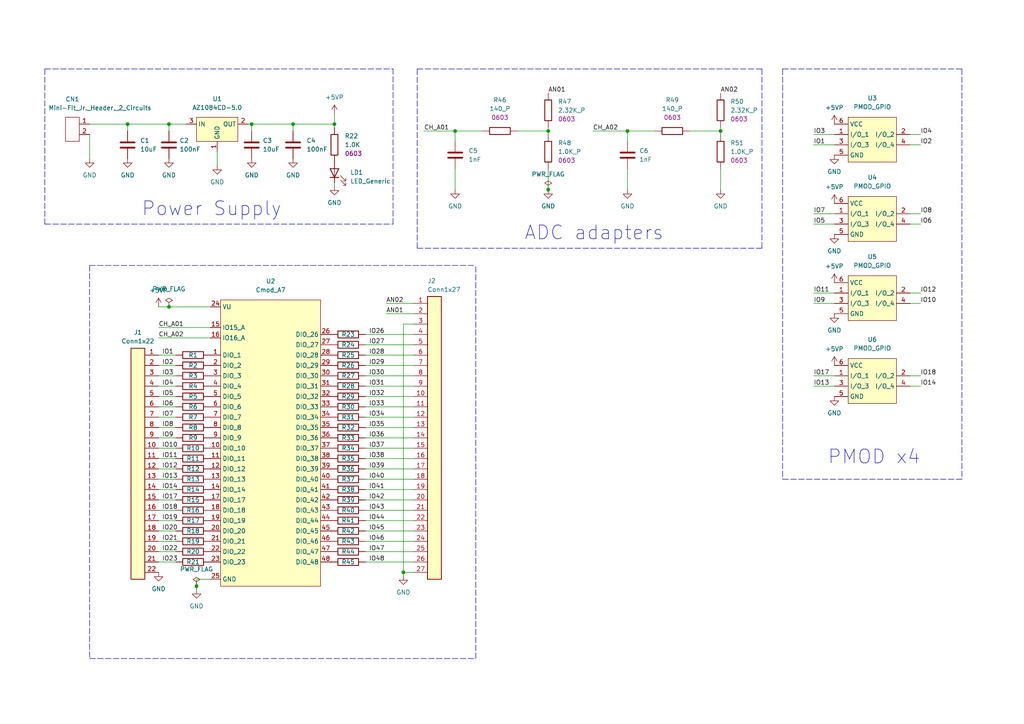
<source format=kicad_sch>
(kicad_sch (version 20211123) (generator eeschema)
  (paper "A4")
  (title_block (title "C-Mod A7 Carrier Board") (date "2022-06-26") (rev "v0.1") (comment 3 "Borja Herranz"))
  (lib_symbols
    (symbol "Herranz - Capacitor (0603):Gen_C" (pin_numbers hide) (pin_names (offset 0) hide)
      (property "Reference" "C" (at 0 0 0))
      (property "Value" "Gen_C" (at 0 0 0))
      (symbol "Gen_C_0_1"
        (polyline (pts (xy -2 -6.75) (xy 2.064 -6.75)) (stroke (width 0.508)))
        (polyline (pts (xy -2 -5.25) (xy 2.064 -5.25)) (stroke (width 0.508)))
      )
      (symbol "Gen_C_1_1"
        (pin passive line (at 0 -2 270) (length 3) (name "~") (number "1"))
        (pin passive line (at 0 -10 90) (length 3) (name "~") (number "2"))
      )
    )
    (symbol "Herranz - Capacitor (0805):Gen_C" (pin_numbers hide) (pin_names (offset 0) hide)
      (property "Reference" "C" (at 0 6 0))
      (property "Value" "Gen_C" (at 0 6 0))
      (symbol "Gen_C_0_1"
        (polyline (pts (xy -2.032 -4.826) (xy 2.032 -4.826)) (stroke (width 0.508)))
        (polyline (pts (xy -2.032 -3.302) (xy 2.032 -3.302)) (stroke (width 0.508)))
      )
      (symbol "Gen_C_1_1"
        (pin passive line (at 0 0 270) (length 3) (name "~") (number "1"))
        (pin passive line (at 0 -8 90) (length 3) (name "~") (number "2"))
      )
    )
    (symbol "Herranz - Conn Molex:Mini-Fit_Jr._Header,_2_Circuits" (pin_names hide)
      (property "Reference" "CN" (at 0 0 0))
      (property "Value" "Mini-Fit_Jr._Header,_2_Circuits" (at 0 0 0))
      (symbol "Mini-Fit_Jr._Header,_2_Circuits_0_1"
        (rectangle (start -2 -4) (end 2 -11))
      )
      (symbol "Mini-Fit_Jr._Header,_2_Circuits_1_1"
        (pin input line (at -5 -6 0) (length 3) (name "1") (number "1"))
        (pin input line (at -5 -9 0) (length 3) (name "2") (number "2"))
      )
    )
    (symbol "Herranz - DevBoards:Cmod_A7"
      (property "Reference" "U" (at 0 0 0))
      (property "Value" "Cmod_A7" (at 0 0 0))
      (symbol "Cmod_A7_0_1"
        (rectangle (start -14 -3) (end 15 -86) (fill (type background)))
      )
      (symbol "Cmod_A7_1_1"
        (pin passive line (at -17 -19 0) (length 3) (name "DIO_1") (number "1"))
        (pin passive line (at -17 -46 0) (length 3) (name "DIO_10") (number "10"))
        (pin passive line (at -17 -49 0) (length 3) (name "DIO_11") (number "11"))
        (pin passive line (at -17 -52 0) (length 3) (name "DIO_12") (number "12"))
        (pin passive line (at -17 -55 0) (length 3) (name "DIO_13") (number "13"))
        (pin passive line (at -17 -58 0) (length 3) (name "DIO_14") (number "14"))
        (pin passive line (at -17 -11 0) (length 3) (name "IO15_A") (number "15"))
        (pin passive line (at -17 -14 0) (length 3) (name "IO16_A") (number "16"))
        (pin passive line (at -17 -61 0) (length 3) (name "DIO_17") (number "17"))
        (pin passive line (at -17 -64 0) (length 3) (name "DIO_18") (number "18"))
        (pin passive line (at -17 -67 0) (length 3) (name "DIO_19") (number "19"))
        (pin passive line (at -17 -22 0) (length 3) (name "DIO_2") (number "2"))
        (pin passive line (at -17 -70 0) (length 3) (name "DIO_20") (number "20"))
        (pin passive line (at -17 -73 0) (length 3) (name "DIO_21") (number "21"))
        (pin passive line (at -17 -76 0) (length 3) (name "DIO_22") (number "22"))
        (pin passive line (at -17 -79 0) (length 3) (name "DIO_23") (number "23"))
        (pin passive line (at -17 -5 0) (length 3) (name "VU") (number "24"))
        (pin passive line (at -17 -84 0) (length 3) (name "GND") (number "25"))
        (pin passive line (at 18 -13 180) (length 3) (name "DIO_26") (number "26"))
        (pin passive line (at 18 -16 180) (length 3) (name "DIO_27") (number "27"))
        (pin passive line (at 18 -19 180) (length 3) (name "DIO_28") (number "28"))
        (pin passive line (at 18 -22 180) (length 3) (name "DIO_29") (number "29"))
        (pin passive line (at -17 -25 0) (length 3) (name "DIO_3") (number "3"))
        (pin passive line (at 18 -25 180) (length 3) (name "DIO_30") (number "30"))
        (pin passive line (at 18 -28 180) (length 3) (name "DIO_31") (number "31"))
        (pin passive line (at 18 -31 180) (length 3) (name "DIO_32") (number "32"))
        (pin passive line (at 18 -34 180) (length 3) (name "DIO_33") (number "33"))
        (pin passive line (at 18 -37 180) (length 3) (name "DIO_34") (number "34"))
        (pin passive line (at 18 -40 180) (length 3) (name "DIO_35") (number "35"))
        (pin passive line (at 18 -43 180) (length 3) (name "DIO_36") (number "36"))
        (pin passive line (at 18 -46 180) (length 3) (name "DIO_37") (number "37"))
        (pin passive line (at 18 -49 180) (length 3) (name "DIO_38") (number "38"))
        (pin passive line (at 18 -52 180) (length 3) (name "DIO_39") (number "39"))
        (pin passive line (at -17 -28 0) (length 3) (name "DIO_4") (number "4"))
        (pin passive line (at 18 -55 180) (length 3) (name "DIO_40") (number "40"))
        (pin passive line (at 18 -58 180) (length 3) (name "DIO_41") (number "41"))
        (pin passive line (at 18 -61 180) (length 3) (name "DIO_42") (number "42"))
        (pin passive line (at 18 -64 180) (length 3) (name "DIO_43") (number "43"))
        (pin passive line (at 18 -67 180) (length 3) (name "DIO_44") (number "44"))
        (pin passive line (at 18 -70 180) (length 3) (name "DIO_45") (number "45"))
        (pin passive line (at 18 -73 180) (length 3) (name "DIO_46") (number "46"))
        (pin passive line (at 18 -76 180) (length 3) (name "DIO_47") (number "47"))
        (pin passive line (at 18 -79 180) (length 3) (name "DIO_48") (number "48"))
        (pin passive line (at -17 -31 0) (length 3) (name "DIO_5") (number "5"))
        (pin passive line (at -17 -34 0) (length 3) (name "DIO_6") (number "6"))
        (pin passive line (at -17 -37 0) (length 3) (name "DIO_7") (number "7"))
        (pin passive line (at -17 -40 0) (length 3) (name "DIO_8") (number "8"))
        (pin passive line (at -17 -43 0) (length 3) (name "DIO_9") (number "9"))
      )
    )
    (symbol "Herranz - Gen Connectors:Conn1x22" (pin_names hide)
      (property "Reference" "J" (at 0 0 0))
      (property "Value" "Conn1x22" (at 0 0 0))
      (symbol "Conn1x22_1_1"
        (rectangle (start -2 68) (end 2 1) (stroke (width 0.254)) (fill (type background)))
        (pin passive line (at -6 66 0) (length 4) (name "Pin_1") (number "1"))
        (pin passive line (at -6 39 0) (length 4) (name "Pin_10") (number "10"))
        (pin passive line (at -6 36 0) (length 4) (name "Pin_11") (number "11"))
        (pin passive line (at -6 33 0) (length 4) (name "Pin_12") (number "12"))
        (pin passive line (at -6 30 0) (length 4) (name "Pin_13") (number "13"))
        (pin passive line (at -6 27 0) (length 4) (name "Pin_14") (number "14"))
        (pin passive line (at -6 24 0) (length 4) (name "Pin_15") (number "15"))
        (pin passive line (at -6 21 0) (length 4) (name "Pin_16") (number "16"))
        (pin passive line (at -6 18 0) (length 4) (name "Pin_17") (number "17"))
        (pin passive line (at -6 15 0) (length 4) (name "Pin_18") (number "18"))
        (pin passive line (at -6 12 0) (length 4) (name "Pin_19") (number "19"))
        (pin passive line (at -6 63 0) (length 4) (name "Pin_2") (number "2"))
        (pin passive line (at -6 9 0) (length 4) (name "Pin_20") (number "20"))
        (pin passive line (at -6 6 0) (length 4) (name "Pin_21") (number "21"))
        (pin passive line (at -6 3 0) (length 4) (name "Pin_22") (number "22"))
        (pin passive line (at -6 60 0) (length 4) (name "Pin_3") (number "3"))
        (pin passive line (at -6 57 0) (length 4) (name "Pin_4") (number "4"))
        (pin passive line (at -6 54 0) (length 4) (name "Pin_5") (number "5"))
        (pin passive line (at -6 51 0) (length 4) (name "Pin_6") (number "6"))
        (pin passive line (at -6 48 0) (length 4) (name "Pin_7") (number "7"))
        (pin passive line (at -6 45 0) (length 4) (name "Pin_8") (number "8"))
        (pin passive line (at -6 42 0) (length 4) (name "Pin_9") (number "9"))
      )
    )
    (symbol "Herranz - Gen Connectors:Conn1x27" (pin_names hide)
      (property "Reference" "J" (at 0 0 0))
      (property "Value" "Conn1x27" (at 0 0 0))
      (symbol "Conn1x27_1_1"
        (rectangle (start -2 84) (end 2 2) (stroke (width 0.254)) (fill (type background)))
        (pin passive line (at -6 82 0) (length 4) (name "Pin_1") (number "1"))
        (pin passive line (at -6 55 0) (length 4) (name "Pin_10") (number "10"))
        (pin passive line (at -6 52 0) (length 4) (name "Pin_11") (number "11"))
        (pin passive line (at -6 49 0) (length 4) (name "Pin_12") (number "12"))
        (pin passive line (at -6 46 0) (length 4) (name "Pin_13") (number "13"))
        (pin passive line (at -6 43 0) (length 4) (name "Pin_14") (number "14"))
        (pin passive line (at -6 40 0) (length 4) (name "Pin_15") (number "15"))
        (pin passive line (at -6 37 0) (length 4) (name "Pin_16") (number "16"))
        (pin passive line (at -6 34 0) (length 4) (name "Pin_17") (number "17"))
        (pin passive line (at -6 31 0) (length 4) (name "Pin_18") (number "18"))
        (pin passive line (at -6 28 0) (length 4) (name "Pin_19") (number "19"))
        (pin passive line (at -6 79 0) (length 4) (name "Pin_2") (number "2"))
        (pin passive line (at -6 25 0) (length 4) (name "Pin_20") (number "20"))
        (pin passive line (at -6 22 0) (length 4) (name "Pin_21") (number "21"))
        (pin passive line (at -6 19 0) (length 4) (name "Pin_22") (number "22"))
        (pin passive line (at -6 16 0) (length 4) (name "Pin_23") (number "23"))
        (pin passive line (at -6 13 0) (length 4) (name "Pin_24") (number "24"))
        (pin passive line (at -6 10 0) (length 4) (name "Pin_25") (number "25"))
        (pin passive line (at -6 7 0) (length 4) (name "Pin_26") (number "26"))
        (pin passive line (at -6 4 0) (length 4) (name "Pin_27") (number "27"))
        (pin passive line (at -6 76 0) (length 4) (name "Pin_3") (number "3"))
        (pin passive line (at -6 73 0) (length 4) (name "Pin_4") (number "4"))
        (pin passive line (at -6 70 0) (length 4) (name "Pin_5") (number "5"))
        (pin passive line (at -6 67 0) (length 4) (name "Pin_6") (number "6"))
        (pin passive line (at -6 64 0) (length 4) (name "Pin_7") (number "7"))
        (pin passive line (at -6 61 0) (length 4) (name "Pin_8") (number "8"))
        (pin passive line (at -6 58 0) (length 4) (name "Pin_9") (number "9"))
      )
    )
    (symbol "Herranz - HighpowerLED:LED_Generic" (pin_numbers hide) (pin_names hide)
      (property "Reference" "LD" (at 0 0 0))
      (property "Value" "LED_Generic" (at 0 0 0))
      (symbol "LED_Generic_0_1"
        (polyline (pts (xy 1.46 -5) (xy -1.08 -5)))
        (polyline (pts (xy 1.46 -3.73) (xy 1.46 -6.27)) (stroke (width 0.254)))
        (polyline (pts (xy -1.08 -3.73) (xy -1.08 -6.27) (xy 1.46 -5) (xy -1.08 -3.73)) (stroke (width 0.254)))
        (polyline (pts (xy 0.968 -3.238) (xy 2.492 -1.714) (xy 1.73 -1.714) (xy 2.492 -1.714) (xy 2.492 -2.476)))
        (polyline (pts (xy 2.238 -3.238) (xy 3.762 -1.714) (xy 3 -1.714) (xy 3.762 -1.714) (xy 3.762 -2.476)))
      )
      (symbol "LED_Generic_1_1"
        (pin passive line (at -3 -5 0) (length 2) (name "A") (number "1"))
        (pin passive line (at 3 -5 180) (length 2) (name "K") (number "2"))
      )
    )
    (symbol "Herranz - Linear Regulators:AZ1084CD-5.0" (pin_names (offset 0.5))
      (property "Reference" "U" (at 0 0 0))
      (property "Value" "AZ1084CD-5.0" (at 0 0 0))
      (symbol "AZ1084CD-5.0_0_1"
        (rectangle (start -6 -2) (end 6 -9) (fill (type background)))
      )
      (symbol "AZ1084CD-5.0_1_1"
        (pin input line (at 0 -12 90) (length 3) (name "GND") (number "1"))
        (pin input line (at 9 -4 180) (length 3) (name "OUT") (number "2"))
        (pin input line (at -9 -4 0) (length 3) (name "IN") (number "3"))
      )
    )
    (symbol "Herranz - Resistors (0603):1.0K" (pin_numbers hide) (pin_names hide)
      (property "Reference" "R" (at -2 1 0))
      (property "Value" "1.0K" (at 0 -1 0))
      (property "Size" "0603" (at 0 -3 0))
      (symbol "1.0K_0_1"
        (rectangle (start -3 0) (end 3 -2) (stroke (width 0.254)))
      )
      (symbol "1.0K_1_1"
        (pin passive line (at -5 -1 0) (length 2) (name "~") (number "1"))
        (pin passive line (at 5 -1 180) (length 2) (name "~") (number "2"))
      )
    )
    (symbol "Herranz - Resistors (0603):1.0K_P" (pin_numbers hide) (pin_names hide)
      (property "Reference" "R" (at -2 1 0))
      (property "Value" "1.0K_P" (at 0 -1 0))
      (property "Size" "0603" (at 0 -3 0))
      (symbol "1.0K_P_0_1"
        (rectangle (start -3 0) (end 3 -2) (stroke (width 0.254)))
      )
      (symbol "1.0K_P_1_1"
        (pin passive line (at -5 -1 0) (length 2) (name "~") (number "1"))
        (pin passive line (at 5 -1 180) (length 2) (name "~") (number "2"))
      )
    )
    (symbol "Herranz - Resistors (0603):140_P" (pin_numbers hide) (pin_names hide)
      (property "Reference" "R" (at -2 1 0))
      (property "Value" "140_P" (at 0 -1 0))
      (property "Size" "0603" (at 0 -3 0))
      (symbol "140_P_0_1"
        (rectangle (start -3 0) (end 3 -2) (stroke (width 0.254)))
      )
      (symbol "140_P_1_1"
        (pin passive line (at -5 -1 0) (length 2) (name "~") (number "1"))
        (pin passive line (at 5 -1 180) (length 2) (name "~") (number "2"))
      )
    )
    (symbol "Herranz - Resistors (0603):2.32K_P" (pin_numbers hide) (pin_names hide)
      (property "Reference" "R" (at -2 1 0))
      (property "Value" "2.32K_P" (at 0 -1 0))
      (property "Size" "0603" (at 0 -3 0))
      (symbol "2.32K_P_0_1"
        (rectangle (start -3 0) (end 3 -2) (stroke (width 0.254)))
      )
      (symbol "2.32K_P_1_1"
        (pin passive line (at -5 -1 0) (length 2) (name "~") (number "1"))
        (pin passive line (at 5 -1 180) (length 2) (name "~") (number "2"))
      )
    )
    (symbol "Herranz - Various:PMOD_GPIO"
      (property "Reference" "U" (at 0 0 0))
      (property "Value" "PMOD_GPIO" (at 0 0 0))
      (symbol "PMOD_GPIO_0_1"
        (rectangle (start -7 15) (end 7 2) (fill (type background)))
      )
      (symbol "PMOD_GPIO_1_1"
        (pin passive line (at -11 10 0) (length 4) (name "I/O_1") (number "1"))
        (pin passive line (at 11 10 180) (length 4) (name "I/O_2") (number "2"))
        (pin passive line (at -11 7 0) (length 4) (name "I/O_3") (number "3"))
        (pin passive line (at 11 7 180) (length 4) (name "I/O_4") (number "4"))
        (pin passive line (at -11 4 0) (length 4) (name "GND") (number "5"))
        (pin passive line (at -11 13 0) (length 4) (name "VCC") (number "6"))
      )
    )
    (symbol "power:+5VP" (power) (pin_names (offset 0))
      (property "Value" "+5VP" (at 0 3.556 0))
      (symbol "+5VP_0_1"
        (polyline (pts (xy -0.762 1.27) (xy 0 2.54)))
        (polyline (pts (xy 0 0) (xy 0 2.54)))
        (polyline (pts (xy 0 2.54) (xy 0.762 1.27)))
      )
      (symbol "+5VP_1_1"
        (pin power_in line (at 0 0 90) (length 0) hide (name "+5VP") (number "1"))
      )
    )
    (symbol "power:GND" (power) (pin_names (offset 0))
      (property "Value" "GND" (at 0 -3.81 0))
      (symbol "GND_0_1"
        (polyline (pts (xy 0 0) (xy 0 -1.27) (xy 1.27 -1.27) (xy 0 -2.54) (xy -1.27 -1.27) (xy 0 -1.27)))
      )
      (symbol "GND_1_1"
        (pin power_in line (at 0 0 270) (length 0) hide (name "GND") (number "1"))
      )
    )
    (symbol "power:PWR_FLAG" (power) (pin_numbers hide) (pin_names (offset 0) hide)
      (property "Value" "PWR_FLAG" (at 0 3.81 0))
      (symbol "PWR_FLAG_0_0"
        (pin power_out line (at 0 0 90) (length 0) (name "pwr") (number "1"))
      )
      (symbol "PWR_FLAG_0_1"
        (polyline (pts (xy 0 0) (xy 0 1.27) (xy -1.016 1.905) (xy 0 2.54) (xy 1.016 1.905) (xy 0 1.27)))
      )
    )
  )
  (junction (at 182 38))
  (junction (at 57 170))
  (junction (at 209 38))
  (junction (at 85 36))
  (junction (at 117 166))
  (junction (at 49 36))
  (junction (at 97 36))
  (junction (at 37 36))
  (junction (at 132 38))
  (junction (at 159 38))
  (junction (at 49 89))
  (junction (at 73 36))
  (junction (at 159 55))
  (wire (pts (xy 46 89) (xy 49 89)))
  (polyline (pts (xy 114 65) (xy 114 20)))
  (wire (pts (xy 264 42) (xy 267 42)))
  (wire (pts (xy 49 36) (xy 54 36)))
  (wire (pts (xy 236 112) (xy 242 112)))
  (wire (pts (xy 46 115) (xy 51 115)))
  (wire (pts (xy 106 157) (xy 120 157)))
  (wire (pts (xy 106 154) (xy 120 154)))
  (polyline (pts (xy 26 77) (xy 138 77)))
  (wire (pts (xy 61 168) (xy 57 168)))
  (wire (pts (xy 106 97) (xy 120 97)))
  (wire (pts (xy 106 121) (xy 120 121)))
  (polyline (pts (xy 121 72) (xy 121 20)))
  (polyline (pts (xy 13 20) (xy 114 20)))
  (wire (pts (xy 132 38) (xy 140 38)))
  (wire (pts (xy 150 38) (xy 159 38)))
  (wire (pts (xy 46 124) (xy 51 124)))
  (wire (pts (xy 97 53) (xy 97 54)))
  (polyline (pts (xy 221 20) (xy 221 72)))
  (wire (pts (xy 46 106) (xy 51 106)))
  (wire (pts (xy 37 36) (xy 37 38)))
  (wire (pts (xy 264 62) (xy 267 62)))
  (wire (pts (xy 106 127) (xy 120 127)))
  (wire (pts (xy 120 166) (xy 117 166)))
  (wire (pts (xy 37 36) (xy 49 36)))
  (wire (pts (xy 236 42) (xy 242 42)))
  (wire (pts (xy 26 39) (xy 26 46)))
  (wire (pts (xy 106 124) (xy 120 124)))
  (wire (pts (xy 46 118) (xy 51 118)))
  (polyline (pts (xy 221 72) (xy 121 72)))
  (wire (pts (xy 117 94) (xy 117 166)))
  (wire (pts (xy 264 112) (xy 267 112)))
  (wire (pts (xy 236 65) (xy 242 65)))
  (wire (pts (xy 182 38) (xy 190 38)))
  (wire (pts (xy 46 112) (xy 51 112)))
  (wire (pts (xy 97 33) (xy 97 36)))
  (wire (pts (xy 132 49) (xy 132 55)))
  (wire (pts (xy 46 136) (xy 51 136)))
  (wire (pts (xy 106 103) (xy 120 103)))
  (polyline (pts (xy 227 20) (xy 227 139)))
  (wire (pts (xy 172 38) (xy 182 38)))
  (wire (pts (xy 49 89) (xy 61 89)))
  (wire (pts (xy 209 37) (xy 209 38)))
  (wire (pts (xy 46 133) (xy 51 133)))
  (wire (pts (xy 46 154) (xy 51 154)))
  (wire (pts (xy 123 38) (xy 132 38)))
  (polyline (pts (xy 279 20) (xy 279 139)))
  (wire (pts (xy 106 151) (xy 120 151)))
  (polyline (pts (xy 13 20) (xy 13 65)))
  (wire (pts (xy 106 145) (xy 120 145)))
  (wire (pts (xy 264 109) (xy 267 109)))
  (wire (pts (xy 57 170) (xy 57 171)))
  (wire (pts (xy 112 88) (xy 120 88)))
  (wire (pts (xy 236 85) (xy 242 85)))
  (wire (pts (xy 264 85) (xy 267 85)))
  (wire (pts (xy 112 91) (xy 120 91)))
  (wire (pts (xy 264 39) (xy 267 39)))
  (wire (pts (xy 236 62) (xy 242 62)))
  (wire (pts (xy 182 49) (xy 182 55)))
  (wire (pts (xy 46 163) (xy 51 163)))
  (wire (pts (xy 46 160) (xy 51 160)))
  (wire (pts (xy 46 151) (xy 51 151)))
  (wire (pts (xy 106 133) (xy 120 133)))
  (wire (pts (xy 85 36) (xy 85 38)))
  (wire (pts (xy 46 130) (xy 51 130)))
  (wire (pts (xy 106 136) (xy 120 136)))
  (wire (pts (xy 182 38) (xy 182 41)))
  (wire (pts (xy 159 37) (xy 159 38)))
  (wire (pts (xy 209 38) (xy 209 39)))
  (polyline (pts (xy 279 139) (xy 227 139)))
  (wire (pts (xy 73 36) (xy 73 38)))
  (wire (pts (xy 106 142) (xy 120 142)))
  (wire (pts (xy 106 148) (xy 120 148)))
  (wire (pts (xy 97 36) (xy 97 37)))
  (polyline (pts (xy 138 191) (xy 138 77)))
  (wire (pts (xy 236 109) (xy 242 109)))
  (wire (pts (xy 73 36) (xy 85 36)))
  (wire (pts (xy 26 36) (xy 37 36)))
  (wire (pts (xy 209 49) (xy 209 55)))
  (wire (pts (xy 236 39) (xy 242 39)))
  (wire (pts (xy 63 44) (xy 63 48)))
  (wire (pts (xy 106 163) (xy 120 163)))
  (wire (pts (xy 46 109) (xy 51 109)))
  (wire (pts (xy 46 103) (xy 51 103)))
  (wire (pts (xy 106 139) (xy 120 139)))
  (wire (pts (xy 264 65) (xy 267 65)))
  (wire (pts (xy 46 142) (xy 51 142)))
  (wire (pts (xy 120 94) (xy 117 94)))
  (wire (pts (xy 264 88) (xy 267 88)))
  (wire (pts (xy 117 166) (xy 117 167)))
  (wire (pts (xy 46 127) (xy 51 127)))
  (polyline (pts (xy 121 20) (xy 221 20)))
  (wire (pts (xy 106 109) (xy 120 109)))
  (wire (pts (xy 46 98) (xy 61 98)))
  (wire (pts (xy 46 157) (xy 51 157)))
  (wire (pts (xy 57 168) (xy 57 170)))
  (wire (pts (xy 236 88) (xy 242 88)))
  (wire (pts (xy 106 106) (xy 120 106)))
  (polyline (pts (xy 13 65) (xy 114 65)))
  (wire (pts (xy 200 38) (xy 209 38)))
  (wire (pts (xy 72 36) (xy 73 36)))
  (polyline (pts (xy 26 77) (xy 26 191)))
  (wire (pts (xy 132 38) (xy 132 41)))
  (wire (pts (xy 106 112) (xy 120 112)))
  (wire (pts (xy 49 36) (xy 49 38)))
  (polyline (pts (xy 227 20) (xy 279 20)))
  (wire (pts (xy 46 139) (xy 51 139)))
  (wire (pts (xy 106 100) (xy 120 100)))
  (wire (pts (xy 85 36) (xy 97 36)))
  (polyline (pts (xy 26 191) (xy 138 191)))
  (wire (pts (xy 46 148) (xy 51 148)))
  (wire (pts (xy 106 160) (xy 120 160)))
  (wire (pts (xy 159 38) (xy 159 39)))
  (wire (pts (xy 106 118) (xy 120 118)))
  (wire (pts (xy 46 145) (xy 51 145)))
  (wire (pts (xy 46 95) (xy 61 95)))
  (wire (pts (xy 106 130) (xy 120 130)))
  (wire (pts (xy 46 121) (xy 51 121)))
  (wire (pts (xy 106 115) (xy 120 115)))
  (wire (pts (xy 159 49) (xy 159 55)))
  (text "Power Supply" (at 41 63 0) (effects (font (size 4 4)) (justify left bottom)))
  (text "PMOD x4" (at 240 135 0) (effects (font (size 4 4)) (justify left bottom)))
  (text "ADC adapters" (at 152 70 0) (effects (font (size 4 4)) (justify left bottom)))
  (label "IO14" (at 47 142 0))
  (label "CH_A02" (at 46 98 0))
  (label "IO12" (at 267 85 0))
  (label "IO46" (at 107 157 0))
  (label "IO19" (at 47 151 0))
  (label "IO8" (at 47 124 0))
  (label "IO3" (at 47 109 0))
  (label "IO17" (at 236 109 0))
  (label "IO32" (at 107 115 0))
  (label "CH_A02" (at 172 38 0))
  (label "IO18" (at 267 109 0))
  (label "IO12" (at 47 136 0))
  (label "IO37" (at 107 130 0))
  (label "IO11" (at 47 133 0))
  (label "IO6" (at 267 65 0))
  (label "IO34" (at 107 121 0))
  (label "IO44" (at 107 151 0))
  (label "IO28" (at 107 103 0))
  (label "IO17" (at 47 145 0))
  (label "IO47" (at 107 160 0))
  (label "IO13" (at 47 139 0))
  (label "IO10" (at 267 88 0))
  (label "IO39" (at 107 136 0))
  (label "IO33" (at 107 118 0))
  (label "IO2" (at 267 42 0))
  (label "IO38" (at 107 133 0))
  (label "AN02" (at 112 88 0))
  (label "CH_A01" (at 123 38 0))
  (label "IO7" (at 236 62 0))
  (label "IO26" (at 107 97 0))
  (label "IO45" (at 107 154 0))
  (label "AN01" (at 159 27 0))
  (label "IO41" (at 107 142 0))
  (label "IO42" (at 107 145 0))
  (label "IO18" (at 47 148 0))
  (label "IO13" (at 236 112 0))
  (label "IO43" (at 107 148 0))
  (label "IO1" (at 236 42 0))
  (label "IO5" (at 236 65 0))
  (label "IO2" (at 47 106 0))
  (label "IO4" (at 267 39 0))
  (label "IO8" (at 267 62 0))
  (label "IO5" (at 47 115 0))
  (label "AN02" (at 209 27 0))
  (label "IO48" (at 107 163 0))
  (label "IO20" (at 47 154 0))
  (label "AN01" (at 112 91 0))
  (label "IO27" (at 107 100 0))
  (label "CH_A01" (at 46 95 0))
  (label "IO23" (at 47 163 0))
  (label "IO30" (at 107 109 0))
  (label "IO4" (at 47 112 0))
  (label "IO6" (at 47 118 0))
  (label "IO3" (at 236 39 0))
  (label "IO31" (at 107 112 0))
  (label "IO29" (at 107 106 0))
  (label "IO40" (at 107 139 0))
  (label "IO14" (at 267 112 0))
  (label "IO9" (at 236 88 0))
  (label "IO21" (at 47 157 0))
  (label "IO7" (at 47 121 0))
  (label "IO10" (at 47 130 0))
  (label "IO11" (at 236 85 0))
  (label "IO22" (at 47 160 0))
  (label "IO36" (at 107 127 0))
  (label "IO9" (at 47 127 0))
  (label "IO35" (at 107 124 0))
  (label "IO1" (at 47 103 0))
  (symbol (lib_id "Herranz - Resistors (0603):1.0K") (at 101 147 0) (unit 1)
    (property "Reference" "R40" (at 101 148 0))
    (property "Value" "1.0K" (effects hide))
    (property "Footprint" "Resistor_SMD:R_0603_1608Metric" (effects hide))
    (property "Size" "0603" (effects hide))
  )
  (symbol (lib_id "Herranz - Various:PMOD_GPIO") (at 253 95 0) (unit 1)
    (property "Reference" "U5" (at 253 74.47 0))
    (property "Value" "PMOD_GPIO" (at 253 77.01 0))
    (property "Footprint" "Connector_PinSocket_2.54mm:PinSocket_2x03_P2.54mm_Horizontal" (effects hide))
  )
  (symbol (lib_id "Herranz - Resistors (0603):1.0K") (at 96 42 90) (unit 1)
    (property "Reference" "R22" (at 99.98 39.4599 90) (effects (justify right)))
    (property "Value" "1.0K" (at 99.98 41.9999 90) (effects (justify right)))
    (property "Footprint" "Resistor_SMD:R_0603_1608Metric" (effects hide))
    (property "Size" "0603" (at 99.98 44.5399 90) (effects (justify right)))
  )
  (symbol (lib_id "power:GND") (at 37 46 0) (unit 1)
    (property "Reference" "#PWR02" (effects hide))
    (property "Value" "GND" (at 37 50.8 0))
  )
  (symbol (lib_id "power:GND") (at 242 45 0) (unit 1)
    (property "Reference" "#PWR018" (effects hide))
    (property "Value" "GND" (at 242 49.8 0))
  )
  (symbol (lib_id "Herranz - Resistors (0603):1.0K") (at 56 117 0) (unit 1)
    (property "Reference" "R6" (at 56 118 0))
    (property "Value" "1.0K" (effects hide))
    (property "Footprint" "Resistor_SMD:R_0603_1608Metric" (effects hide))
    (property "Size" "0603" (effects hide))
  )
  (symbol (lib_id "Herranz - Resistors (0603):1.0K") (at 56 111 0) (unit 1)
    (property "Reference" "R4" (at 56 112 0))
    (property "Value" "1.0K" (effects hide))
    (property "Footprint" "Resistor_SMD:R_0603_1608Metric" (effects hide))
    (property "Size" "0603" (effects hide))
  )
  (symbol (lib_id "power:GND") (at 117 167 0) (unit 1)
    (property "Reference" "#PWR012" (effects hide))
    (property "Value" "GND" (at 117 171.8 0))
  )
  (symbol (lib_id "Herranz - Resistors (0603):1.0K") (at 56 129 0) (unit 1)
    (property "Reference" "R10" (at 56 130 0))
    (property "Value" "1.0K" (effects hide))
    (property "Footprint" "Resistor_SMD:R_0603_1608Metric" (effects hide))
    (property "Size" "0603" (effects hide))
  )
  (symbol (lib_id "Herranz - Resistors (0603):1.0K") (at 101 162 0) (unit 1)
    (property "Reference" "R45" (at 101 163 0))
    (property "Value" "1.0K" (effects hide))
    (property "Footprint" "Resistor_SMD:R_0603_1608Metric" (effects hide))
    (property "Size" "0603" (effects hide))
  )
  (symbol (lib_id "power:GND") (at 73 46 0) (unit 1)
    (property "Reference" "#PWR08" (effects hide))
    (property "Value" "GND" (at 73 50.8 0))
  )
  (symbol (lib_id "Herranz - Resistors (0603):1.0K") (at 56 114 0) (unit 1)
    (property "Reference" "R5" (at 56 115 0))
    (property "Value" "1.0K" (effects hide))
    (property "Footprint" "Resistor_SMD:R_0603_1608Metric" (effects hide))
    (property "Size" "0603" (effects hide))
  )
  (symbol (lib_id "Herranz - Resistors (0603):1.0K") (at 56 105 0) (unit 1)
    (property "Reference" "R2" (at 56 106 0))
    (property "Value" "1.0K" (effects hide))
    (property "Footprint" "Resistor_SMD:R_0603_1608Metric" (effects hide))
    (property "Size" "0603" (effects hide))
  )
  (symbol (lib_id "Herranz - Resistors (0603):1.0K") (at 56 126 0) (unit 1)
    (property "Reference" "R9" (at 56 127 0))
    (property "Value" "1.0K" (effects hide))
    (property "Footprint" "Resistor_SMD:R_0603_1608Metric" (effects hide))
    (property "Size" "0603" (effects hide))
  )
  (symbol (lib_id "Herranz - Resistors (0603):1.0K") (at 56 135 0) (unit 1)
    (property "Reference" "R12" (at 56 136 0))
    (property "Value" "1.0K" (effects hide))
    (property "Footprint" "Resistor_SMD:R_0603_1608Metric" (effects hide))
    (property "Size" "0603" (effects hide))
  )
  (symbol (lib_id "power:GND") (at 26 46 0) (unit 1)
    (property "Reference" "#PWR01" (effects hide))
    (property "Value" "GND" (at 26 50.8 0))
  )
  (symbol (lib_id "power:GND") (at 57 171 0) (unit 1)
    (property "Reference" "#PWR07" (effects hide))
    (property "Value" "GND" (at 57 175.8 0))
  )
  (symbol (lib_id "Herranz - Resistors (0603):1.0K") (at 101 111 0) (unit 1)
    (property "Reference" "R28" (at 101 112 0))
    (property "Value" "1.0K" (effects hide))
    (property "Footprint" "Resistor_SMD:R_0603_1608Metric" (effects hide))
    (property "Size" "0603" (effects hide))
  )
  (symbol (lib_id "power:PWR_FLAG") (at 159 55 0) (unit 1)
    (property "Reference" "#FLG03" (effects hide))
    (property "Value" "PWR_FLAG" (at 159 50.53 0))
  )
  (symbol (lib_id "power:GND") (at 182 55 0) (unit 1)
    (property "Reference" "#PWR015" (effects hide))
    (property "Value" "GND" (at 182 59.8 0))
  )
  (symbol (lib_id "Herranz - Resistors (0603):1.0K") (at 101 129 0) (unit 1)
    (property "Reference" "R34" (at 101 130 0))
    (property "Value" "1.0K" (effects hide))
    (property "Footprint" "Resistor_SMD:R_0603_1608Metric" (effects hide))
    (property "Size" "0603" (effects hide))
  )
  (symbol (lib_id "Herranz - Resistors (0603):1.0K") (at 101 105 0) (unit 1)
    (property "Reference" "R26" (at 101 106 0))
    (property "Value" "1.0K" (effects hide))
    (property "Footprint" "Resistor_SMD:R_0603_1608Metric" (effects hide))
    (property "Size" "0603" (effects hide))
  )
  (symbol (lib_id "power:GND") (at 49 46 0) (unit 1)
    (property "Reference" "#PWR03" (effects hide))
    (property "Value" "GND" (at 49 50.8 0))
  )
  (symbol (lib_id "Herranz - Resistors (0603):1.0K") (at 101 126 0) (unit 1)
    (property "Reference" "R33" (at 101 127 0))
    (property "Value" "1.0K" (effects hide))
    (property "Footprint" "Resistor_SMD:R_0603_1608Metric" (effects hide))
    (property "Size" "0603" (effects hide))
  )
  (symbol (lib_id "power:PWR_FLAG") (at 57 170 0) (unit 1)
    (property "Reference" "#FLG02" (effects hide))
    (property "Value" "PWR_FLAG" (at 57 165.1 0))
  )
  (symbol (lib_id "Herranz - Resistors (0603):1.0K") (at 101 153 0) (unit 1)
    (property "Reference" "R42" (at 101 154 0))
    (property "Value" "1.0K" (effects hide))
    (property "Footprint" "Resistor_SMD:R_0603_1608Metric" (effects hide))
    (property "Size" "0603" (effects hide))
  )
  (symbol (lib_id "Herranz - Linear Regulators:AZ1084CD-5.0") (at 63 32 0) (unit 1)
    (property "Reference" "U1" (at 63 28.67 0))
    (property "Value" "AZ1084CD-5.0" (at 63 31.21 0))
    (property "Footprint" "Herranz - Linear Regulators:DPAK457P1010X238-3N" (effects hide))
  )
  (symbol (lib_id "power:+5VP") (at 242 82 0) (unit 1)
    (property "Reference" "#PWR021" (effects hide))
    (property "Value" "+5VP" (at 242 77.21 0))
  )
  (symbol (lib_id "Herranz - Resistors (0603):140_P") (at 145 37 0) (unit 1)
    (property "Reference" "R46" (at 145 29 0))
    (property "Value" "140_P" (at 145 31.54 0))
    (property "Footprint" "Resistor_SMD:R_0603_1608Metric" (effects hide))
    (property "Size" "0603" (at 145 34.08 0))
    (property "Precision" "X" (effects hide))
    (property "PartNum1" "RN73H1JTTD1400F50 " (effects hide))
    (property "Mnf1" "KOA Speer" (effects hide))
  )
  (symbol (lib_id "Herranz - Resistors (0603):1.0K") (at 101 99 0) (unit 1)
    (property "Reference" "R24" (at 101 100 0))
    (property "Value" "1.0K" (effects hide))
    (property "Footprint" "Resistor_SMD:R_0603_1608Metric" (effects hide))
    (property "Size" "0603" (effects hide))
  )
  (symbol (lib_id "Herranz - Resistors (0603):1.0K") (at 101 138 0) (unit 1)
    (property "Reference" "R37" (at 101 139 0))
    (property "Value" "1.0K" (effects hide))
    (property "Footprint" "Resistor_SMD:R_0603_1608Metric" (effects hide))
    (property "Size" "0603" (effects hide))
  )
  (symbol (lib_id "Herranz - Resistors (0603):1.0K") (at 56 132 0) (unit 1)
    (property "Reference" "R11" (at 56 133 0))
    (property "Value" "1.0K" (effects hide))
    (property "Footprint" "Resistor_SMD:R_0603_1608Metric" (effects hide))
    (property "Size" "0603" (effects hide))
  )
  (symbol (lib_id "Herranz - Resistors (0603):1.0K") (at 56 120 0) (unit 1)
    (property "Reference" "R7" (at 56 121 0))
    (property "Value" "1.0K" (effects hide))
    (property "Footprint" "Resistor_SMD:R_0603_1608Metric" (effects hide))
    (property "Size" "0603" (effects hide))
  )
  (symbol (lib_id "Herranz - DevBoards:Cmod_A7") (at 78 84 0) (unit 1)
    (property "Reference" "U2" (at 78.5 81.56 0))
    (property "Value" "Cmod_A7" (at 78.5 84.1 0))
    (property "Footprint" "Herranz - DevBoards:CmodA7" (effects hide))
  )
  (symbol (lib_id "Herranz - Resistors (0603):1.0K") (at 101 120 0) (unit 1)
    (property "Reference" "R31" (at 101 121 0))
    (property "Value" "1.0K" (effects hide))
    (property "Footprint" "Resistor_SMD:R_0603_1608Metric" (effects hide))
    (property "Size" "0603" (effects hide))
  )
  (symbol (lib_id "Herranz - Resistors (0603):1.0K") (at 56 156 0) (unit 1)
    (property "Reference" "R19" (at 56 157 0))
    (property "Value" "1.0K" (effects hide))
    (property "Footprint" "Resistor_SMD:R_0603_1608Metric" (effects hide))
    (property "Size" "0603" (effects hide))
  )
  (symbol (lib_id "Herranz - Capacitor (0603):Gen_C") (at 182 39 0) (unit 1)
    (property "Reference" "C6" (at 185.42 43.7299 0) (effects (justify left)))
    (property "Value" "1nF" (at 185.42 46.2699 0) (effects (justify left)))
    (property "Footprint" "Capacitor_SMD:C_0603_1608Metric" (effects hide))
  )
  (symbol (lib_id "Herranz - Capacitor (0805):Gen_C") (at 37 38 0) (unit 1)
    (property "Reference" "C1" (at 40.64 40.7699 0) (effects (justify left)))
    (property "Value" "10uF" (at 40.64 43.3099 0) (effects (justify left)))
    (property "Footprint" "Capacitor_SMD:C_0805_2012Metric" (effects hide))
  )
  (symbol (lib_id "Herranz - Gen Connectors:Conn1x27") (at 126 170 0) (unit 1)
    (property "Reference" "J2" (at 124 81.46 0) (effects (justify left)))
    (property "Value" "Conn1x27" (at 124 84 0) (effects (justify left)))
    (property "Footprint" "Connector_PinSocket_2.54mm:PinSocket_1x27_P2.54mm_Vertical" (effects hide))
  )
  (symbol (lib_id "Herranz - Capacitor (0805):Gen_C") (at 85 38 0) (unit 1)
    (property "Reference" "C4" (at 88.9 40.7699 0) (effects (justify left)))
    (property "Value" "100nF" (at 88.9 43.3099 0) (effects (justify left)))
    (property "Footprint" "Capacitor_SMD:C_0805_2012Metric" (effects hide))
  )
  (symbol (lib_id "power:PWR_FLAG") (at 49 89 0) (unit 1)
    (property "Reference" "#FLG01" (effects hide))
    (property "Value" "PWR_FLAG" (at 49 83.82 0))
  )
  (symbol (lib_id "Herranz - Resistors (0603):1.0K") (at 101 144 0) (unit 1)
    (property "Reference" "R39" (at 101 145 0))
    (property "Value" "1.0K" (effects hide))
    (property "Footprint" "Resistor_SMD:R_0603_1608Metric" (effects hide))
    (property "Size" "0603" (effects hide))
  )
  (symbol (lib_id "Herranz - Various:PMOD_GPIO") (at 253 119 0) (unit 1)
    (property "Reference" "U6" (at 253 98.47 0))
    (property "Value" "PMOD_GPIO" (at 253 101.01 0))
    (property "Footprint" "Connector_PinSocket_2.54mm:PinSocket_2x03_P2.54mm_Horizontal" (effects hide))
  )
  (symbol (lib_id "Herranz - Resistors (0603):1.0K") (at 101 141 0) (unit 1)
    (property "Reference" "R38" (at 101 142 0))
    (property "Value" "1.0K" (effects hide))
    (property "Footprint" "Resistor_SMD:R_0603_1608Metric" (effects hide))
    (property "Size" "0603" (effects hide))
  )
  (symbol (lib_id "power:+5VP") (at 242 106 0) (unit 1)
    (property "Reference" "#PWR023" (effects hide))
    (property "Value" "+5VP" (at 242 101.21 0))
  )
  (symbol (lib_id "Herranz - Resistors (0603):1.0K") (at 56 141 0) (unit 1)
    (property "Reference" "R14" (at 56 142 0))
    (property "Value" "1.0K" (effects hide))
    (property "Footprint" "Resistor_SMD:R_0603_1608Metric" (effects hide))
    (property "Size" "0603" (effects hide))
  )
  (symbol (lib_id "power:+5VP") (at 242 59 0) (unit 1)
    (property "Reference" "#PWR019" (effects hide))
    (property "Value" "+5VP" (at 242 54.21 0))
  )
  (symbol (lib_id "power:GND") (at 242 115 0) (unit 1)
    (property "Reference" "#PWR024" (effects hide))
    (property "Value" "GND" (at 242 119.8 0))
  )
  (symbol (lib_id "Herranz - Resistors (0603):1.0K") (at 101 156 0) (unit 1)
    (property "Reference" "R43" (at 101 157 0))
    (property "Value" "1.0K" (effects hide))
    (property "Footprint" "Resistor_SMD:R_0603_1608Metric" (effects hide))
    (property "Size" "0603" (effects hide))
  )
  (symbol (lib_id "Herranz - Resistors (0603):1.0K") (at 101 150 0) (unit 1)
    (property "Reference" "R41" (at 101 151 0))
    (property "Value" "1.0K" (effects hide))
    (property "Footprint" "Resistor_SMD:R_0603_1608Metric" (effects hide))
    (property "Size" "0603" (effects hide))
  )
  (symbol (lib_id "power:GND") (at 97 54 0) (unit 1)
    (property "Reference" "#PWR011" (effects hide))
    (property "Value" "GND" (at 97 58.8 0))
  )
  (symbol (lib_id "Herranz - Resistors (0603):1.0K") (at 101 96 0) (unit 1)
    (property "Reference" "R23" (at 101 97 0))
    (property "Value" "1.0K" (effects hide))
    (property "Footprint" "Resistor_SMD:R_0603_1608Metric" (effects hide))
    (property "Size" "0603" (effects hide))
  )
  (symbol (lib_id "Herranz - Resistors (0603):1.0K") (at 56 147 0) (unit 1)
    (property "Reference" "R16" (at 56 148 0))
    (property "Value" "1.0K" (effects hide))
    (property "Footprint" "Resistor_SMD:R_0603_1608Metric" (effects hide))
    (property "Size" "0603" (effects hide))
  )
  (symbol (lib_id "power:GND") (at 85 46 0) (unit 1)
    (property "Reference" "#PWR09" (effects hide))
    (property "Value" "GND" (at 85 50.8 0))
  )
  (symbol (lib_id "Herranz - Conn Molex:Mini-Fit_Jr._Header,_2_Circuits") (at 21 30 0) (mirror y) (unit 1)
    (property "Reference" "CN1" (at 21 28.77 0))
    (property "Value" "Mini-Fit_Jr._Header,_2_Circuits" (at 29 31.31 0))
    (property "Footprint" "Herranz - Conn Molex:Mini-Fit Jr. Header, 2 Circuits" (effects hide))
  )
  (symbol (lib_id "power:GND") (at 242 68 0) (unit 1)
    (property "Reference" "#PWR020" (effects hide))
    (property "Value" "GND" (at 242 72.8 0))
  )
  (symbol (lib_id "Herranz - Resistors (0603):1.0K") (at 56 123 0) (unit 1)
    (property "Reference" "R8" (at 56 124 0))
    (property "Value" "1.0K" (effects hide))
    (property "Footprint" "Resistor_SMD:R_0603_1608Metric" (effects hide))
    (property "Size" "0603" (effects hide))
  )
  (symbol (lib_id "Herranz - Resistors (0603):1.0K") (at 56 150 0) (unit 1)
    (property "Reference" "R17" (at 56 151 0))
    (property "Value" "1.0K" (effects hide))
    (property "Footprint" "Resistor_SMD:R_0603_1608Metric" (effects hide))
    (property "Size" "0603" (effects hide))
  )
  (symbol (lib_id "Herranz - Resistors (0603):1.0K") (at 56 108 0) (unit 1)
    (property "Reference" "R3" (at 56 109 0))
    (property "Value" "1.0K" (effects hide))
    (property "Footprint" "Resistor_SMD:R_0603_1608Metric" (effects hide))
    (property "Size" "0603" (effects hide))
  )
  (symbol (lib_id "power:GND") (at 242 91 0) (unit 1)
    (property "Reference" "#PWR022" (effects hide))
    (property "Value" "GND" (at 242 95.8 0))
  )
  (symbol (lib_id "Herranz - Resistors (0603):1.0K") (at 101 114 0) (unit 1)
    (property "Reference" "R29" (at 101 115 0))
    (property "Value" "1.0K" (effects hide))
    (property "Footprint" "Resistor_SMD:R_0603_1608Metric" (effects hide))
    (property "Size" "0603" (effects hide))
  )
  (symbol (lib_id "Herranz - Resistors (0603):1.0K") (at 56 144 0) (unit 1)
    (property "Reference" "R15" (at 56 145 0))
    (property "Value" "1.0K" (effects hide))
    (property "Footprint" "Resistor_SMD:R_0603_1608Metric" (effects hide))
    (property "Size" "0603" (effects hide))
  )
  (symbol (lib_id "Herranz - Resistors (0603):1.0K") (at 56 159 0) (unit 1)
    (property "Reference" "R20" (at 56 160 0))
    (property "Value" "1.0K" (effects hide))
    (property "Footprint" "Resistor_SMD:R_0603_1608Metric" (effects hide))
    (property "Size" "0603" (effects hide))
  )
  (symbol (lib_id "Herranz - Resistors (0603):1.0K") (at 101 102 0) (unit 1)
    (property "Reference" "R25" (at 101 103 0))
    (property "Value" "1.0K" (effects hide))
    (property "Footprint" "Resistor_SMD:R_0603_1608Metric" (effects hide))
    (property "Size" "0603" (effects hide))
  )
  (symbol (lib_id "Herranz - Capacitor (0805):Gen_C") (at 73 38 0) (unit 1)
    (property "Reference" "C3" (at 76.2 40.7699 0) (effects (justify left)))
    (property "Value" "10uF" (at 76.2 43.3099 0) (effects (justify left)))
    (property "Footprint" "Capacitor_SMD:C_0805_2012Metric" (effects hide))
  )
  (symbol (lib_id "Herranz - Resistors (0603):1.0K") (at 101 132 0) (unit 1)
    (property "Reference" "R35" (at 101 133 0))
    (property "Value" "1.0K" (effects hide))
    (property "Footprint" "Resistor_SMD:R_0603_1608Metric" (effects hide))
    (property "Size" "0603" (effects hide))
  )
  (symbol (lib_id "power:GND") (at 209 55 0) (unit 1)
    (property "Reference" "#PWR016" (effects hide))
    (property "Value" "GND" (at 209 59.8 0))
  )
  (symbol (lib_id "Herranz - Capacitor (0603):Gen_C") (at 132 39 0) (unit 1)
    (property "Reference" "C5" (at 135.89 43.7299 0) (effects (justify left)))
    (property "Value" "1nF" (at 135.89 46.2699 0) (effects (justify left)))
    (property "Footprint" "Capacitor_SMD:C_0603_1608Metric" (effects hide))
  )
  (symbol (lib_id "Herranz - Resistors (0603):1.0K") (at 101 159 0) (unit 1)
    (property "Reference" "R44" (at 101 160 0))
    (property "Value" "1.0K" (effects hide))
    (property "Footprint" "Resistor_SMD:R_0603_1608Metric" (effects hide))
    (property "Size" "0603" (effects hide))
  )
  (symbol (lib_id "power:GND") (at 159 55 0) (unit 1)
    (property "Reference" "#PWR014" (effects hide))
    (property "Value" "GND" (at 159 59.8 0))
  )
  (symbol (lib_id "Herranz - Resistors (0603):2.32K_P") (at 208 32 90) (unit 1)
    (property "Reference" "R50" (at 211.83 29.4599 90) (effects (justify right)))
    (property "Value" "2.32K_P" (at 211.83 31.9999 90) (effects (justify right)))
    (property "Footprint" "Resistor_SMD:R_0603_1608Metric" (effects hide))
    (property "Size" "0603" (at 211.83 34.5399 90) (effects (justify right)))
  )
  (symbol (lib_id "Herranz - Capacitor (0805):Gen_C") (at 49 38 0) (unit 1)
    (property "Reference" "C2" (at 52.07 40.7699 0) (effects (justify left)))
    (property "Value" "100nF" (at 52.07 43.3099 0) (effects (justify left)))
    (property "Footprint" "Capacitor_SMD:C_0805_2012Metric" (effects hide))
  )
  (symbol (lib_id "Herranz - Resistors (0603):1.0K_P") (at 208 44 90) (unit 1)
    (property "Reference" "R51" (at 211.83 41.4599 90) (effects (justify right)))
    (property "Value" "1.0K_P" (at 211.83 43.9999 90) (effects (justify right)))
    (property "Footprint" "Resistor_SMD:R_0603_1608Metric" (effects hide))
    (property "Size" "0603" (at 211.83 46.5399 90) (effects (justify right)))
  )
  (symbol (lib_id "Herranz - Resistors (0603):1.0K") (at 101 117 0) (unit 1)
    (property "Reference" "R30" (at 101 118 0))
    (property "Value" "1.0K" (effects hide))
    (property "Footprint" "Resistor_SMD:R_0603_1608Metric" (effects hide))
    (property "Size" "0603" (effects hide))
  )
  (symbol (lib_id "Herranz - Resistors (0603):1.0K") (at 56 102 0) (unit 1)
    (property "Reference" "R1" (at 56 103 0))
    (property "Value" "1.0K" (effects hide))
    (property "Footprint" "Resistor_SMD:R_0603_1608Metric" (effects hide))
    (property "Size" "0603" (effects hide))
  )
  (symbol (lib_id "Herranz - Resistors (0603):1.0K") (at 56 153 0) (unit 1)
    (property "Reference" "R18" (at 56 154 0))
    (property "Value" "1.0K" (effects hide))
    (property "Footprint" "Resistor_SMD:R_0603_1608Metric" (effects hide))
    (property "Size" "0603" (effects hide))
  )
  (symbol (lib_id "Herranz - Resistors (0603):1.0K") (at 101 108 0) (unit 1)
    (property "Reference" "R27" (at 101 109 0))
    (property "Value" "1.0K" (effects hide))
    (property "Footprint" "Resistor_SMD:R_0603_1608Metric" (effects hide))
    (property "Size" "0603" (effects hide))
  )
  (symbol (lib_id "Herranz - Resistors (0603):1.0K_P") (at 158 44 90) (unit 1)
    (property "Reference" "R48" (at 161.83 41.4599 90) (effects (justify right)))
    (property "Value" "1.0K_P" (at 161.83 43.9999 90) (effects (justify right)))
    (property "Footprint" "Resistor_SMD:R_0603_1608Metric" (effects hide))
    (property "Size" "0603" (at 161.83 46.5399 90) (effects (justify right)))
  )
  (symbol (lib_id "power:+5VP") (at 97 33 0) (unit 1)
    (property "Reference" "#PWR010" (effects hide))
    (property "Value" "+5VP" (at 97 28.21 0))
  )
  (symbol (lib_id "Herranz - HighpowerLED:LED_Generic") (at 102 50 270) (unit 1)
    (property "Reference" "LD1" (at 101.6 50.0074 90) (effects (justify left)))
    (property "Value" "LED_Generic" (at 101.6 52.5474 90) (effects (justify left)))
    (property "Footprint" "LED_SMD:LED_0603_1608Metric_Pad1.05x0.95mm_HandSolder" (effects hide))
  )
  (symbol (lib_id "power:GND") (at 63 48 0) (unit 1)
    (property "Reference" "#PWR06" (effects hide))
    (property "Value" "GND" (at 63 52.8 0))
  )
  (symbol (lib_id "Herranz - Various:PMOD_GPIO") (at 253 72 0) (unit 1)
    (property "Reference" "U4" (at 253 51.47 0))
    (property "Value" "PMOD_GPIO" (at 253 54.01 0))
    (property "Footprint" "Connector_PinSocket_2.54mm:PinSocket_2x03_P2.54mm_Horizontal" (effects hide))
  )
  (symbol (lib_id "Herranz - Various:PMOD_GPIO") (at 253 49 0) (unit 1)
    (property "Reference" "U3" (at 253 28.47 0))
    (property "Value" "PMOD_GPIO" (at 253 31.01 0))
    (property "Footprint" "Connector_PinSocket_2.54mm:PinSocket_2x03_P2.54mm_Horizontal" (effects hide))
  )
  (symbol (lib_id "power:+5VP") (at 46 89 0) (unit 1)
    (property "Reference" "#PWR04" (effects hide))
    (property "Value" "+5VP" (at 46 84.21 0))
  )
  (symbol (lib_id "Herranz - Resistors (0603):1.0K") (at 101 123 0) (unit 1)
    (property "Reference" "R32" (at 101 124 0))
    (property "Value" "1.0K" (effects hide))
    (property "Footprint" "Resistor_SMD:R_0603_1608Metric" (effects hide))
    (property "Size" "0603" (effects hide))
  )
  (symbol (lib_id "power:GND") (at 132 55 0) (unit 1)
    (property "Reference" "#PWR013" (effects hide))
    (property "Value" "GND" (at 132 59.8 0))
  )
  (symbol (lib_id "power:+5VP") (at 242 36 0) (unit 1)
    (property "Reference" "#PWR017" (effects hide))
    (property "Value" "+5VP" (at 242 31.21 0))
  )
  (symbol (lib_id "Herranz - Resistors (0603):2.32K_P") (at 158 32 90) (unit 1)
    (property "Reference" "R47" (at 161.83 29.4599 90) (effects (justify right)))
    (property "Value" "2.32K_P" (at 161.83 31.9999 90) (effects (justify right)))
    (property "Footprint" "Resistor_SMD:R_0603_1608Metric" (effects hide))
    (property "Size" "0603" (at 161.83 34.5399 90) (effects (justify right)))
  )
  (symbol (lib_id "Herranz - Resistors (0603):1.0K") (at 101 135 0) (unit 1)
    (property "Reference" "R36" (at 101 136 0))
    (property "Value" "1.0K" (effects hide))
    (property "Footprint" "Resistor_SMD:R_0603_1608Metric" (effects hide))
    (property "Size" "0603" (effects hide))
  )
  (symbol (lib_id "Herranz - Resistors (0603):1.0K") (at 56 138 0) (unit 1)
    (property "Reference" "R13" (at 56 139 0))
    (property "Value" "1.0K" (effects hide))
    (property "Footprint" "Resistor_SMD:R_0603_1608Metric" (effects hide))
    (property "Size" "0603" (effects hide))
  )
  (symbol (lib_id "Herranz - Resistors (0603):1.0K") (at 56 162 0) (unit 1)
    (property "Reference" "R21" (at 56 163 0))
    (property "Value" "1.0K" (effects hide))
    (property "Footprint" "Resistor_SMD:R_0603_1608Metric" (effects hide))
    (property "Size" "0603" (effects hide))
  )
  (symbol (lib_id "Herranz - Resistors (0603):140_P") (at 195 37 0) (unit 1)
    (property "Reference" "R49" (at 195 29 0))
    (property "Value" "140_P" (at 195 31.54 0))
    (property "Footprint" "Resistor_SMD:R_0603_1608Metric" (effects hide))
    (property "Size" "0603" (at 195 34.08 0))
    (property "Precision" "X" (effects hide))
    (property "PartNum1" "RN73H1JTTD1400F50 " (effects hide))
    (property "Mnf1" "KOA Speer" (effects hide))
  )
  (symbol (lib_id "power:GND") (at 46 166 0) (unit 1)
    (property "Reference" "#PWR05" (effects hide))
    (property "Value" "GND" (at 46 170.8 0))
  )
  (symbol (lib_id "Herranz - Gen Connectors:Conn1x22") (at 40 169 0) (mirror y) (unit 1)
    (property "Reference" "J1" (at 40 96.41 0))
    (property "Value" "Conn1x22" (at 40 98.95 0))
    (property "Footprint" "Connector_PinSocket_2.54mm:PinSocket_1x22_P2.54mm_Vertical" (effects hide))
  )
)
</source>
